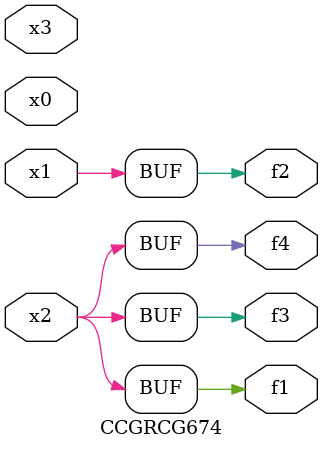
<source format=v>
module CCGRCG674(
	input x0, x1, x2, x3,
	output f1, f2, f3, f4
);
	assign f1 = x2;
	assign f2 = x1;
	assign f3 = x2;
	assign f4 = x2;
endmodule

</source>
